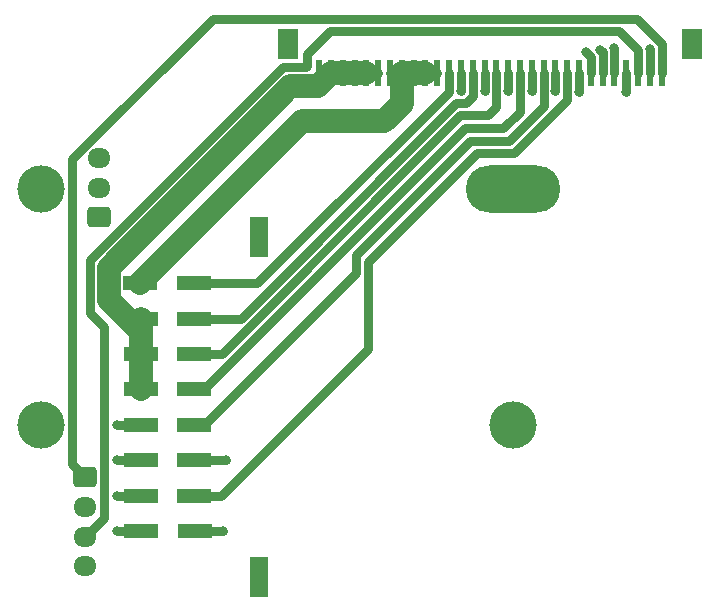
<source format=gbr>
G04 #@! TF.GenerationSoftware,KiCad,Pcbnew,6.0.1-79c1e3a40b~116~ubuntu20.04.1*
G04 #@! TF.CreationDate,2022-02-10T17:59:10+01:00*
G04 #@! TF.ProjectId,SidewinderX1 X axis ConnectorBoard,53696465-7769-46e6-9465-725831205820,rev?*
G04 #@! TF.SameCoordinates,Original*
G04 #@! TF.FileFunction,Copper,L1,Top*
G04 #@! TF.FilePolarity,Positive*
%FSLAX46Y46*%
G04 Gerber Fmt 4.6, Leading zero omitted, Abs format (unit mm)*
G04 Created by KiCad (PCBNEW 6.0.1-79c1e3a40b~116~ubuntu20.04.1) date 2022-02-10 17:59:10*
%MOMM*%
%LPD*%
G01*
G04 APERTURE LIST*
G04 Aperture macros list*
%AMRoundRect*
0 Rectangle with rounded corners*
0 $1 Rounding radius*
0 $2 $3 $4 $5 $6 $7 $8 $9 X,Y pos of 4 corners*
0 Add a 4 corners polygon primitive as box body*
4,1,4,$2,$3,$4,$5,$6,$7,$8,$9,$2,$3,0*
0 Add four circle primitives for the rounded corners*
1,1,$1+$1,$2,$3*
1,1,$1+$1,$4,$5*
1,1,$1+$1,$6,$7*
1,1,$1+$1,$8,$9*
0 Add four rect primitives between the rounded corners*
20,1,$1+$1,$2,$3,$4,$5,0*
20,1,$1+$1,$4,$5,$6,$7,0*
20,1,$1+$1,$6,$7,$8,$9,0*
20,1,$1+$1,$8,$9,$2,$3,0*%
G04 Aperture macros list end*
G04 #@! TA.AperFunction,SMDPad,CuDef*
%ADD10R,1.650000X3.430000*%
G04 #@! TD*
G04 #@! TA.AperFunction,SMDPad,CuDef*
%ADD11R,2.920000X1.270000*%
G04 #@! TD*
G04 #@! TA.AperFunction,ComponentPad*
%ADD12RoundRect,0.250000X-0.725000X0.600000X-0.725000X-0.600000X0.725000X-0.600000X0.725000X0.600000X0*%
G04 #@! TD*
G04 #@! TA.AperFunction,ComponentPad*
%ADD13O,1.950000X1.700000*%
G04 #@! TD*
G04 #@! TA.AperFunction,ComponentPad*
%ADD14RoundRect,0.250000X0.725000X-0.600000X0.725000X0.600000X-0.725000X0.600000X-0.725000X-0.600000X0*%
G04 #@! TD*
G04 #@! TA.AperFunction,SMDPad,CuDef*
%ADD15R,1.800000X2.600000*%
G04 #@! TD*
G04 #@! TA.AperFunction,SMDPad,CuDef*
%ADD16R,0.600000X2.200000*%
G04 #@! TD*
G04 #@! TA.AperFunction,ComponentPad*
%ADD17O,8.000000X4.000000*%
G04 #@! TD*
G04 #@! TA.AperFunction,ComponentPad*
%ADD18C,4.000000*%
G04 #@! TD*
G04 #@! TA.AperFunction,ViaPad*
%ADD19C,0.800000*%
G04 #@! TD*
G04 #@! TA.AperFunction,Conductor*
%ADD20C,0.800000*%
G04 #@! TD*
G04 #@! TA.AperFunction,Conductor*
%ADD21C,2.000000*%
G04 #@! TD*
G04 APERTURE END LIST*
D10*
X37780000Y-68840000D03*
X37780000Y-40040000D03*
D11*
X32300000Y-64940000D03*
X32280000Y-61940000D03*
X32280000Y-58940000D03*
X32280000Y-55940000D03*
X32280000Y-52940000D03*
X32280000Y-49940000D03*
X32280000Y-46940000D03*
X32280000Y-43940000D03*
X27680000Y-43940000D03*
X27780000Y-46940000D03*
X27780000Y-49940000D03*
X27780000Y-52940000D03*
X27780000Y-55940000D03*
X27780000Y-58940000D03*
X27780000Y-61940000D03*
X27780000Y-64940000D03*
D12*
X23050000Y-60400000D03*
D13*
X23050000Y-62900000D03*
X23050000Y-65400000D03*
X23050000Y-67900000D03*
D14*
X24250000Y-38350000D03*
D13*
X24250000Y-35850000D03*
X24250000Y-33350000D03*
D15*
X74450000Y-23737500D03*
X40250000Y-23737500D03*
D16*
X71850000Y-26137500D03*
X70850000Y-26137500D03*
X69850000Y-26137500D03*
X68850000Y-26137500D03*
X67850000Y-26137500D03*
X66850000Y-26137500D03*
X65850000Y-26137500D03*
X64850000Y-26137500D03*
X63850000Y-26137500D03*
X62850000Y-26137500D03*
X61850000Y-26137500D03*
X60850000Y-26137500D03*
X59850000Y-26137500D03*
X58850000Y-26137500D03*
X57850000Y-26137500D03*
X56850000Y-26137500D03*
X55850000Y-26137500D03*
X54850000Y-26137500D03*
X53850000Y-26137500D03*
X52850000Y-26137500D03*
X51850000Y-26137500D03*
X50850000Y-26137500D03*
X49850000Y-26137500D03*
X48850000Y-26137500D03*
X47850000Y-26137500D03*
X46850000Y-26137500D03*
X45850000Y-26137500D03*
X44850000Y-26137500D03*
X43850000Y-26137500D03*
X42850000Y-26137500D03*
D17*
X59280000Y-35940000D03*
D18*
X59280000Y-55940000D03*
X19280000Y-35940000D03*
X19280000Y-55940000D03*
D19*
X70850000Y-24100000D03*
X68850000Y-27800000D03*
X64850000Y-27800000D03*
X34750000Y-64900000D03*
X67850000Y-24000000D03*
X66610035Y-24173543D03*
X65436492Y-24413508D03*
X25700000Y-61950000D03*
X58850000Y-27700000D03*
X60850000Y-27700000D03*
X25700000Y-64950000D03*
X62850000Y-27650000D03*
X34950000Y-58950000D03*
X56850000Y-27700000D03*
X25700000Y-58900000D03*
X25700000Y-55950000D03*
X54850000Y-27700000D03*
D20*
X69764011Y-21600489D02*
X33824581Y-21600489D01*
X33824581Y-21600489D02*
X21950000Y-33475070D01*
X21950000Y-33475070D02*
X21950000Y-59300000D01*
X71850000Y-23686478D02*
X69764011Y-21600489D01*
X21950000Y-59300000D02*
X23050000Y-60400000D01*
X71850000Y-26137500D02*
X71850000Y-23686478D01*
X70850000Y-26137500D02*
X70850000Y-24100000D01*
X23420978Y-41966972D02*
X23420978Y-46437050D01*
X41850489Y-24537989D02*
X41850489Y-25536033D01*
X69850000Y-24237500D02*
X68212500Y-22600000D01*
X41749511Y-25637011D02*
X39750939Y-25637011D01*
X68212500Y-22600000D02*
X43788478Y-22600000D01*
X24624520Y-47640592D02*
X24624520Y-63825480D01*
X24624520Y-63825480D02*
X23050000Y-65400000D01*
X41850489Y-25536033D02*
X41749511Y-25637011D01*
X43788478Y-22600000D02*
X41850489Y-24537989D01*
X23420978Y-46437050D02*
X24624520Y-47640592D01*
X39750939Y-25637011D02*
X23420978Y-41966972D01*
X69850000Y-26137500D02*
X69850000Y-24237500D01*
X68850000Y-26137500D02*
X68850000Y-27800000D01*
X64850000Y-26137500D02*
X64850000Y-27800000D01*
X32340000Y-64900000D02*
X32300000Y-64940000D01*
X34750000Y-64900000D02*
X32340000Y-64900000D01*
X67850000Y-26137500D02*
X67850000Y-24000000D01*
X66850000Y-24413508D02*
X66610035Y-24173543D01*
X66850000Y-26137500D02*
X66850000Y-24413508D01*
X65850000Y-26137500D02*
X65850000Y-24827016D01*
X65850000Y-24827016D02*
X65436492Y-24413508D01*
X54813522Y-29750000D02*
X34623522Y-49940000D01*
X57150000Y-29750000D02*
X54813522Y-29750000D01*
X34623522Y-49940000D02*
X32280000Y-49940000D01*
X57850000Y-26137500D02*
X57850000Y-29050000D01*
X57850000Y-29050000D02*
X57150000Y-29750000D01*
X25710000Y-61940000D02*
X25700000Y-61950000D01*
X58850000Y-26137500D02*
X58850000Y-27700000D01*
X27780000Y-61940000D02*
X25710000Y-61940000D01*
X60850000Y-26137500D02*
X60850000Y-27700000D01*
X25710000Y-64940000D02*
X25700000Y-64950000D01*
X27780000Y-64940000D02*
X25710000Y-64940000D01*
X27770000Y-64950000D02*
X27780000Y-64940000D01*
X46950000Y-49530000D02*
X34540000Y-61940000D01*
X63850000Y-28400000D02*
X59350000Y-32900000D01*
X46950000Y-42150000D02*
X46950000Y-49530000D01*
X34540000Y-61940000D02*
X32280000Y-61940000D01*
X59350000Y-32900000D02*
X56200000Y-32900000D01*
X63850000Y-26137500D02*
X63850000Y-28400000D01*
X56200000Y-32900000D02*
X46950000Y-42150000D01*
X32290000Y-58950000D02*
X32280000Y-58940000D01*
X62850000Y-26137500D02*
X62850000Y-27650000D01*
X34950000Y-58950000D02*
X32290000Y-58950000D01*
X59850000Y-29450000D02*
X58450000Y-30850000D01*
X59850000Y-26137500D02*
X59850000Y-29450000D01*
X33105000Y-52940000D02*
X32280000Y-52940000D01*
X55195000Y-30850000D02*
X33105000Y-52940000D01*
X58450000Y-30850000D02*
X55195000Y-30850000D01*
X45949511Y-41600489D02*
X45949511Y-43095489D01*
X58936466Y-31900000D02*
X55650000Y-31900000D01*
X61850000Y-28986466D02*
X58936466Y-31900000D01*
X45949511Y-43095489D02*
X33105000Y-55940000D01*
X33105000Y-55940000D02*
X32280000Y-55940000D01*
X61850000Y-26137500D02*
X61850000Y-28986466D01*
X55650000Y-31900000D02*
X45949511Y-41600489D01*
D21*
X49850000Y-26137500D02*
X51850000Y-26137500D01*
D20*
X48850000Y-26137500D02*
X52850000Y-26137500D01*
D21*
X41370000Y-30250000D02*
X48350000Y-30250000D01*
X49850000Y-28750000D02*
X49850000Y-26137500D01*
X48350000Y-30250000D02*
X49850000Y-28750000D01*
X27680000Y-43940000D02*
X41370000Y-30250000D01*
X27780000Y-52940000D02*
X27780000Y-46940000D01*
X27780000Y-48120000D02*
X27780000Y-49940000D01*
X25020489Y-45360489D02*
X27780000Y-48120000D01*
D20*
X42850000Y-26137500D02*
X47850000Y-26137500D01*
D21*
X42750978Y-27236522D02*
X40413478Y-27236522D01*
X25020489Y-42629511D02*
X25020489Y-45360489D01*
X43850000Y-26137500D02*
X46850000Y-26137500D01*
X43850000Y-26137500D02*
X42750978Y-27236522D01*
X40413478Y-27236522D02*
X25020489Y-42629511D01*
D20*
X37619022Y-43940000D02*
X32280000Y-43940000D01*
X39204511Y-42354511D02*
X37619022Y-43940000D01*
X39232011Y-42354511D02*
X39204511Y-42354511D01*
X53850000Y-27736522D02*
X39232011Y-42354511D01*
X53850000Y-26137500D02*
X53850000Y-27736522D01*
X56850000Y-26137500D02*
X56850000Y-27700000D01*
X27740000Y-58900000D02*
X25700000Y-58900000D01*
X27740000Y-58900000D02*
X27780000Y-58940000D01*
X36210000Y-46940000D02*
X32280000Y-46940000D01*
X55850000Y-26137500D02*
X55850000Y-28113534D01*
X55264014Y-28699520D02*
X54450480Y-28699520D01*
X54450480Y-28699520D02*
X36210000Y-46940000D01*
X55850000Y-28113534D02*
X55264014Y-28699520D01*
X25700000Y-55950000D02*
X27770000Y-55950000D01*
X27770000Y-55950000D02*
X27780000Y-55940000D01*
X54850000Y-26137500D02*
X54850000Y-27700000D01*
M02*

</source>
